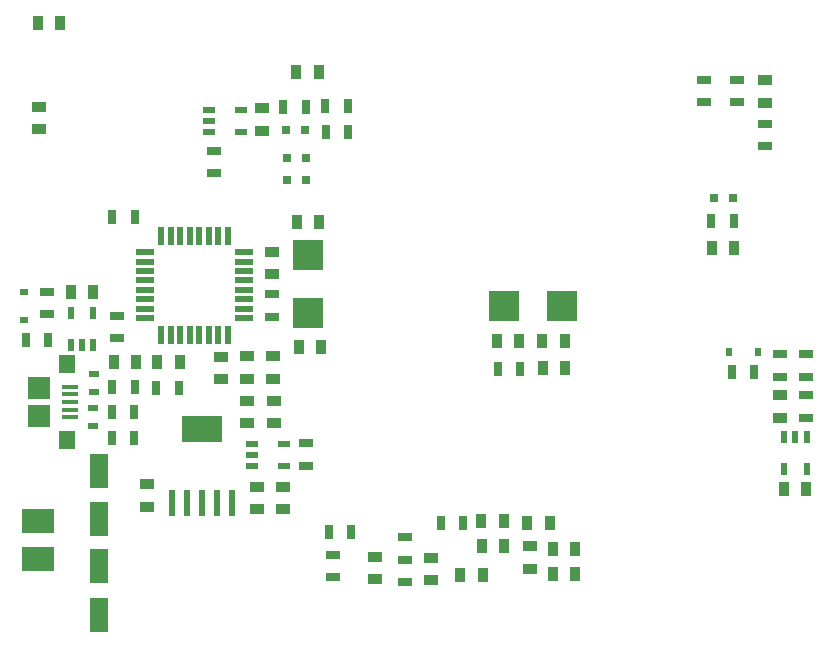
<source format=gtp>
G04*
G04 #@! TF.GenerationSoftware,Altium Limited,Altium Designer,19.0.15 (446)*
G04*
G04 Layer_Color=8421504*
%FSLAX44Y44*%
%MOMM*%
G71*
G01*
G75*
%ADD14R,0.9000X1.3000*%
%ADD15R,0.8000X0.8000*%
%ADD16R,1.4000X1.6000*%
%ADD17R,1.9000X1.9000*%
%ADD18R,1.3500X0.4000*%
%ADD19R,1.6000X3.0000*%
%ADD20R,0.7000X1.3000*%
%ADD21R,0.6000X2.2000*%
%ADD22R,3.5000X2.2000*%
%ADD23R,0.6858X0.5588*%
%ADD24R,0.5588X0.6858*%
%ADD25R,0.5500X1.5000*%
%ADD26R,1.5000X0.5500*%
%ADD27R,0.5500X1.0000*%
%ADD28R,1.3000X0.7000*%
%ADD29R,1.3000X0.9000*%
%ADD30R,2.7000X2.0000*%
%ADD31R,0.9000X0.6000*%
%ADD32R,2.6000X2.5000*%
%ADD33R,2.5000X2.6000*%
%ADD34R,1.0000X0.5500*%
D14*
X398100Y54200D02*
D03*
X379100D02*
D03*
X435762Y98908D02*
D03*
X454762D02*
D03*
X40336Y521945D02*
D03*
X21336D02*
D03*
X141398Y235114D02*
D03*
X122398D02*
D03*
X259817Y353517D02*
D03*
X240817D02*
D03*
X261392Y247904D02*
D03*
X242392D02*
D03*
X457276Y55296D02*
D03*
X476276D02*
D03*
X259400Y480300D02*
D03*
X240400D02*
D03*
X448914Y229445D02*
D03*
X467914D02*
D03*
X457200Y76860D02*
D03*
X476200D02*
D03*
X610900Y331200D02*
D03*
X591900D02*
D03*
X396970Y99909D02*
D03*
X415970D02*
D03*
X397300Y79200D02*
D03*
X416300D02*
D03*
X409879Y252400D02*
D03*
X428879D02*
D03*
X467462D02*
D03*
X448462D02*
D03*
X671897Y127415D02*
D03*
X652897D02*
D03*
X68378Y294075D02*
D03*
X49378D02*
D03*
X104530Y234789D02*
D03*
X85530D02*
D03*
D15*
X247708Y431178D02*
D03*
X231708D02*
D03*
X248347Y389186D02*
D03*
X232348D02*
D03*
X232694Y407393D02*
D03*
X248694D02*
D03*
X609704Y374194D02*
D03*
X593704D02*
D03*
D16*
X46495Y169000D02*
D03*
Y233000D02*
D03*
D17*
X21995Y189000D02*
D03*
Y213000D02*
D03*
D18*
X48745Y214000D02*
D03*
Y207500D02*
D03*
Y201000D02*
D03*
Y194500D02*
D03*
Y188000D02*
D03*
D19*
X73304Y61851D02*
D03*
Y20851D02*
D03*
Y142826D02*
D03*
Y101826D02*
D03*
D20*
X121805Y213201D02*
D03*
X140805D02*
D03*
X410946Y229032D02*
D03*
X429946D02*
D03*
X265167Y429537D02*
D03*
X284167D02*
D03*
X264800Y451800D02*
D03*
X283800D02*
D03*
X103559Y357876D02*
D03*
X84559D02*
D03*
X84591Y213505D02*
D03*
X103591D02*
D03*
X84099Y192227D02*
D03*
X103099D02*
D03*
X103215Y170192D02*
D03*
X84215D02*
D03*
X381356Y98933D02*
D03*
X362356D02*
D03*
X609073Y226200D02*
D03*
X628073D02*
D03*
X248131Y451136D02*
D03*
X229131D02*
D03*
X610569Y354124D02*
D03*
X591569D02*
D03*
X286815Y91175D02*
D03*
X267815D02*
D03*
X11082Y253141D02*
D03*
X30082D02*
D03*
D21*
X135030Y115942D02*
D03*
X147730D02*
D03*
X160430D02*
D03*
X173130D02*
D03*
X185830D02*
D03*
D22*
X160430Y177942D02*
D03*
D23*
X9616Y294453D02*
D03*
Y270069D02*
D03*
D24*
X631228Y243281D02*
D03*
X606844D02*
D03*
D25*
X182000Y258000D02*
D03*
X174000D02*
D03*
X166000D02*
D03*
X158000D02*
D03*
X150000D02*
D03*
X142000D02*
D03*
X134000D02*
D03*
X126000D02*
D03*
Y342000D02*
D03*
X134000D02*
D03*
X142000D02*
D03*
X150000D02*
D03*
X158000D02*
D03*
X166000D02*
D03*
X174000D02*
D03*
X182000D02*
D03*
D26*
X112000Y272000D02*
D03*
Y280000D02*
D03*
Y288000D02*
D03*
Y296000D02*
D03*
Y304000D02*
D03*
Y312000D02*
D03*
Y320000D02*
D03*
Y328000D02*
D03*
X196000D02*
D03*
Y320000D02*
D03*
Y312000D02*
D03*
Y304000D02*
D03*
Y296000D02*
D03*
Y288000D02*
D03*
Y280000D02*
D03*
Y272000D02*
D03*
D27*
X68377Y276352D02*
D03*
X49377D02*
D03*
X68377Y249352D02*
D03*
X58877D02*
D03*
X49377D02*
D03*
X672272Y171752D02*
D03*
X662772D02*
D03*
X653272D02*
D03*
X672272Y144752D02*
D03*
X653272D02*
D03*
D28*
X219634Y292304D02*
D03*
Y273304D02*
D03*
X170765Y413909D02*
D03*
Y394909D02*
D03*
X88536Y274135D02*
D03*
Y255135D02*
D03*
X613179Y455003D02*
D03*
Y474002D02*
D03*
X585295Y454808D02*
D03*
Y473808D02*
D03*
X637042Y417781D02*
D03*
Y436781D02*
D03*
X332493Y48604D02*
D03*
Y67604D02*
D03*
D03*
Y86604D02*
D03*
X271194Y71890D02*
D03*
Y52890D02*
D03*
X672008Y187885D02*
D03*
Y206885D02*
D03*
X672045Y241469D02*
D03*
Y222469D02*
D03*
X248496Y165951D02*
D03*
Y146951D02*
D03*
X28853Y275281D02*
D03*
Y294281D02*
D03*
X649958Y241570D02*
D03*
Y222570D02*
D03*
D29*
X198907Y182981D02*
D03*
Y201981D02*
D03*
X219380Y328143D02*
D03*
Y309143D02*
D03*
X198806Y220776D02*
D03*
Y239776D02*
D03*
X220929Y239726D02*
D03*
Y220726D02*
D03*
X176200Y220497D02*
D03*
Y239497D02*
D03*
X636906Y454287D02*
D03*
Y473287D02*
D03*
X207243Y129461D02*
D03*
Y110461D02*
D03*
X113755Y131372D02*
D03*
Y112373D02*
D03*
X22733Y451181D02*
D03*
Y432181D02*
D03*
X306674Y69949D02*
D03*
Y50949D02*
D03*
X354400Y69100D02*
D03*
Y50100D02*
D03*
X437896Y59994D02*
D03*
Y78994D02*
D03*
X210955Y430704D02*
D03*
Y449704D02*
D03*
X221558Y202171D02*
D03*
Y183171D02*
D03*
X229199Y129462D02*
D03*
Y110462D02*
D03*
X650138Y187909D02*
D03*
Y206909D02*
D03*
D30*
X21819Y100199D02*
D03*
Y68199D02*
D03*
D31*
X67818Y196088D02*
D03*
Y181088D02*
D03*
X68555Y209359D02*
D03*
Y224359D02*
D03*
D32*
X250114Y276541D02*
D03*
Y325541D02*
D03*
D33*
X464859Y282721D02*
D03*
X415859D02*
D03*
D34*
X166484Y448330D02*
D03*
Y438830D02*
D03*
Y429330D02*
D03*
X193484Y448330D02*
D03*
Y429330D02*
D03*
X202828Y165582D02*
D03*
Y156082D02*
D03*
Y146582D02*
D03*
X229828Y165582D02*
D03*
Y146582D02*
D03*
M02*

</source>
